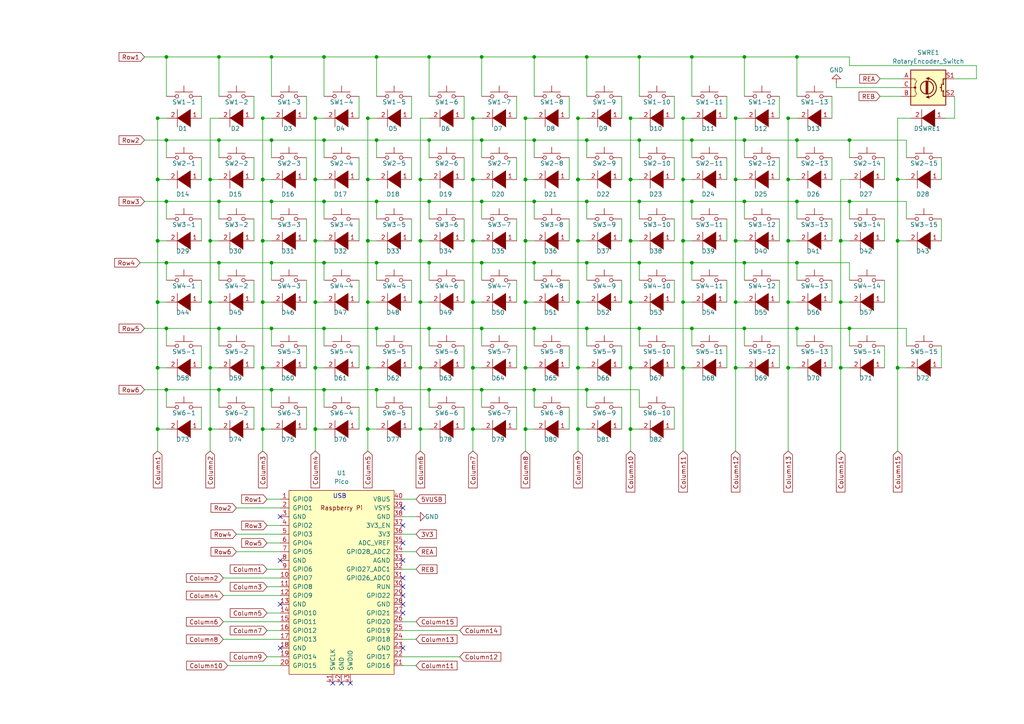
<source format=kicad_sch>
(kicad_sch (version 20211123) (generator eeschema)
  (paper "A4")
  (title_block (title "Quanta Keyboard") (date "2022-07-10") (rev "0.1") (company "0bsilab") (comment 1 "v01") (comment 2 "ISO Layout"))
  (junction (at 63.5 58.42))
  (junction (at 170.18 16.51))
  (junction (at 91.44 124.46))
  (junction (at 78.74 16.51))
  (junction (at 182.88 87.6178))
  (junction (at 106.68 124.4478))
  (junction (at 48.26 113.03))
  (junction (at 198.12 34.29))
  (junction (at 167.64 69.8378))
  (junction (at 124.46 113.03))
  (junction (at 121.92 87.6178))
  (junction (at 154.94 76.2))
  (junction (at 167.64 124.46))
  (junction (at 228.6 69.85))
  (junction (at 63.5 113.03))
  (junction (at 93.98 16.51))
  (junction (at 198.12 69.85))
  (junction (at 106.68 69.8378))
  (junction (at 200.66 16.51))
  (junction (at 63.5 40.64))
  (junction (at 260.35 69.8378))
  (junction (at 121.92 69.85))
  (junction (at 167.64 124.4478))
  (junction (at 139.7 58.42))
  (junction (at 63.5 76.2))
  (junction (at 109.22 76.2))
  (junction (at 185.42 76.2))
  (junction (at 182.88 34.29))
  (junction (at 231.14 58.42))
  (junction (at 185.42 40.64))
  (junction (at 139.7 95.25))
  (junction (at 182.88 52.07))
  (junction (at 45.72 52.07))
  (junction (at 124.46 40.64))
  (junction (at 124.46 95.25))
  (junction (at 121.92 52.0578))
  (junction (at 198.12 52.0578))
  (junction (at 243.84 106.68))
  (junction (at 182.88 106.68))
  (junction (at 48.26 95.25))
  (junction (at 200.66 40.64))
  (junction (at 76.2 69.8378))
  (junction (at 63.5 16.51))
  (junction (at 137.16 52.07))
  (junction (at 76.2 69.85))
  (junction (at 76.2 52.0578))
  (junction (at 78.74 95.25))
  (junction (at 76.2 34.29))
  (junction (at 185.42 95.25))
  (junction (at 246.38 40.64))
  (junction (at 137.16 124.4478))
  (junction (at 91.44 69.8378))
  (junction (at 106.68 106.68))
  (junction (at 152.4 106.6678))
  (junction (at 78.74 40.64))
  (junction (at 91.44 52.0578))
  (junction (at 167.64 87.63))
  (junction (at 137.16 69.8378))
  (junction (at 243.84 87.6178))
  (junction (at 215.9 95.25))
  (junction (at 93.98 76.2))
  (junction (at 91.44 87.63))
  (junction (at 167.64 87.6178))
  (junction (at 154.94 40.64))
  (junction (at 106.68 69.85))
  (junction (at 45.72 87.63))
  (junction (at 60.96 106.68))
  (junction (at 91.44 106.6678))
  (junction (at 139.7 40.64))
  (junction (at 185.42 58.42))
  (junction (at 228.6 87.6178))
  (junction (at 182.88 52.0578))
  (junction (at 45.72 69.8378))
  (junction (at 152.4 34.29))
  (junction (at 48.26 16.51))
  (junction (at 78.74 76.2))
  (junction (at 215.9 76.2))
  (junction (at 76.2 87.6178))
  (junction (at 154.94 16.51))
  (junction (at 213.36 69.85))
  (junction (at 121.92 124.4478))
  (junction (at 182.88 106.6678))
  (junction (at 260.35 106.6678))
  (junction (at 231.14 76.2))
  (junction (at 167.64 52.07))
  (junction (at 106.68 52.0578))
  (junction (at 243.84 69.85))
  (junction (at 45.72 124.46))
  (junction (at 185.42 16.51))
  (junction (at 198.12 87.6178))
  (junction (at 200.66 76.2))
  (junction (at 182.88 124.4478))
  (junction (at 60.96 87.63))
  (junction (at 213.36 69.8378))
  (junction (at 121.92 69.8378))
  (junction (at 213.36 106.68))
  (junction (at 137.16 52.0578))
  (junction (at 121.92 106.68))
  (junction (at 45.72 52.0578))
  (junction (at 63.5 95.25))
  (junction (at 260.35 52.0578))
  (junction (at 170.18 95.25))
  (junction (at 48.26 58.42))
  (junction (at 137.16 106.6678))
  (junction (at 93.98 40.64))
  (junction (at 231.14 95.25))
  (junction (at 231.14 16.51))
  (junction (at 45.72 34.29))
  (junction (at 91.44 87.6178))
  (junction (at 76.2 124.46))
  (junction (at 246.38 95.25))
  (junction (at 60.96 124.46))
  (junction (at 213.36 106.6678))
  (junction (at 198.12 106.68))
  (junction (at 215.9 16.51))
  (junction (at 170.18 40.64))
  (junction (at 167.64 106.6678))
  (junction (at 124.46 16.51))
  (junction (at 167.64 34.29))
  (junction (at 93.98 58.42))
  (junction (at 198.12 106.6678))
  (junction (at 124.46 58.42))
  (junction (at 78.74 113.03))
  (junction (at 246.38 58.42))
  (junction (at 167.64 69.85))
  (junction (at 200.66 95.25))
  (junction (at 139.7 16.51))
  (junction (at 152.4 87.63))
  (junction (at 91.44 69.85))
  (junction (at 60.96 52.07))
  (junction (at 45.72 87.6178))
  (junction (at 91.44 106.68))
  (junction (at 154.94 113.03))
  (junction (at 76.2 124.4478))
  (junction (at 167.64 106.68))
  (junction (at 45.72 124.4478))
  (junction (at 182.88 87.63))
  (junction (at 182.88 124.46))
  (junction (at 243.84 106.6678))
  (junction (at 109.22 58.42))
  (junction (at 106.68 106.6678))
  (junction (at 106.68 34.29))
  (junction (at 91.44 52.07))
  (junction (at 170.18 76.2))
  (junction (at 139.7 76.2))
  (junction (at 228.6 106.6678))
  (junction (at 93.98 95.25))
  (junction (at 76.2 106.68))
  (junction (at 109.22 113.03))
  (junction (at 121.92 106.6678))
  (junction (at 152.4 69.8378))
  (junction (at 78.74 58.42))
  (junction (at 182.88 69.8378))
  (junction (at 215.9 58.42))
  (junction (at 213.36 87.6178))
  (junction (at 154.94 58.42))
  (junction (at 167.64 52.0578))
  (junction (at 243.84 69.8378))
  (junction (at 260.35 69.85))
  (junction (at 228.6 52.0578))
  (junction (at 137.16 87.63))
  (junction (at 137.16 34.29))
  (junction (at 109.22 40.64))
  (junction (at 228.6 69.8378))
  (junction (at 152.4 106.68))
  (junction (at 152.4 52.07))
  (junction (at 213.36 34.29))
  (junction (at 45.72 69.85))
  (junction (at 215.9 40.64))
  (junction (at 200.66 58.42))
  (junction (at 170.18 58.42))
  (junction (at 228.6 34.29))
  (junction (at 137.16 69.85))
  (junction (at 48.26 76.2))
  (junction (at 109.22 95.25))
  (junction (at 137.16 124.46))
  (junction (at 231.14 40.64))
  (junction (at 170.18 113.03))
  (junction (at 154.94 95.25))
  (junction (at 60.96 69.85))
  (junction (at 152.4 69.85))
  (junction (at 152.4 124.46))
  (junction (at 93.98 113.03))
  (junction (at 260.35 106.68))
  (junction (at 48.26 40.64))
  (junction (at 152.4 124.4478))
  (junction (at 45.72 106.68))
  (junction (at 76.2 52.07))
  (junction (at 139.7 113.03))
  (junction (at 137.16 106.68))
  (junction (at 182.88 69.85))
  (junction (at 45.72 106.6678))
  (junction (at 76.2 87.63))
  (junction (at 228.6 106.68))
  (junction (at 106.68 87.6178))
  (junction (at 91.44 124.4478))
  (junction (at 109.22 16.51))
  (junction (at 198.12 69.8378))
  (junction (at 152.4 52.0578))
  (junction (at 213.36 52.0578))
  (junction (at 152.4 87.6178))
  (junction (at 137.16 87.6178))
  (junction (at 91.44 34.29))
  (junction (at 76.2 106.6678))
  (junction (at 124.46 76.2))
  (no_connect (at 101.6 198.12))
  (no_connect (at 81.28 162.56))
  (no_connect (at 81.28 149.86))
  (no_connect (at 116.84 170.18))
  (no_connect (at 116.84 167.64))
  (no_connect (at 116.84 162.56))
  (no_connect (at 116.84 157.48))
  (no_connect (at 116.84 152.4))
  (no_connect (at 116.84 172.72))
  (no_connect (at 116.84 177.8))
  (no_connect (at 96.52 198.12))
  (no_connect (at 116.84 147.32))
  (no_connect (at 81.28 175.26))
  (no_connect (at 99.06 198.12))
  (no_connect (at 116.84 175.26))
  (no_connect (at 116.84 187.96))
  (no_connect (at 81.28 187.96))
  (wire (pts (xy 213.36 87.6178) (xy 215.9 87.6178)))
  (wire (pts (xy 154.94 58.42) (xy 170.18 58.42)))
  (wire (pts (xy 215.9 40.64) (xy 215.9 45.72)))
  (wire (pts (xy 228.6 69.8378) (xy 228.6 69.85)))
  (wire (pts (xy 104.14 118.11) (xy 104.14 124.46)))
  (wire (pts (xy 198.12 52.0578) (xy 198.12 69.8378)))
  (wire (pts (xy 137.16 87.63) (xy 139.7 87.63)))
  (wire (pts (xy 185.42 58.42) (xy 185.42 63.5)))
  (wire (pts (xy 213.36 87.6178) (xy 213.36 106.6678)))
  (wire (pts (xy 260.35 106.68) (xy 262.89 106.68)))
  (wire (pts (xy 91.44 52.07) (xy 91.44 69.8378)))
  (wire (pts (xy 68.58 160.02) (xy 81.28 160.02)))
  (wire (pts (xy 76.2 87.63) (xy 78.74 87.63)))
  (wire (pts (xy 78.74 40.64) (xy 93.98 40.64)))
  (wire (pts (xy 76.2 52.0578) (xy 76.2 52.07)))
  (wire (pts (xy 91.44 87.63) (xy 93.98 87.63)))
  (wire (pts (xy 152.4 124.4478) (xy 152.4 124.46)))
  (wire (pts (xy 63.5 58.42) (xy 78.74 58.42)))
  (wire (pts (xy 60.96 52.07) (xy 63.5 52.07)))
  (wire (pts (xy 91.44 124.46) (xy 93.98 124.46)))
  (wire (pts (xy 76.2 69.85) (xy 76.2 87.6178)))
  (wire (pts (xy 119.38 118.11) (xy 119.38 124.4478)))
  (wire (pts (xy 73.66 118.11) (xy 73.66 124.46)))
  (wire (pts (xy 213.36 106.6678) (xy 213.36 106.68)))
  (wire (pts (xy 45.72 52.07) (xy 48.26 52.07)))
  (wire (pts (xy 152.4 124.46) (xy 154.94 124.46)))
  (wire (pts (xy 137.16 87.63) (xy 137.16 106.6678)))
  (wire (pts (xy 167.64 124.4478) (xy 167.64 124.46)))
  (wire (pts (xy 137.16 124.46) (xy 137.16 130.7978)))
  (wire (pts (xy 139.7 58.42) (xy 139.7 63.5)))
  (wire (pts (xy 91.44 87.6178) (xy 91.44 87.63)))
  (wire (pts (xy 154.94 113.03) (xy 170.18 113.03)))
  (wire (pts (xy 198.12 34.2778) (xy 198.12 34.29)))
  (wire (pts (xy 93.98 40.64) (xy 109.22 40.64)))
  (wire (pts (xy 121.92 52.0578) (xy 124.46 52.0578)))
  (wire (pts (xy 76.2 52.07) (xy 76.2 69.8378)))
  (wire (pts (xy 137.16 106.68) (xy 139.7 106.68)))
  (wire (pts (xy 195.58 27.94) (xy 195.58 34.29)))
  (wire (pts (xy 66.04 193.04) (xy 81.28 193.04)))
  (wire (pts (xy 213.36 69.85) (xy 213.36 87.6178)))
  (wire (pts (xy 283.21 19.0378) (xy 246.38 19.0378)))
  (wire (pts (xy 124.46 40.64) (xy 124.46 45.72)))
  (wire (pts (xy 48.26 58.42) (xy 63.5 58.42)))
  (wire (pts (xy 165.1 100.33) (xy 165.1 106.68)))
  (wire (pts (xy 45.72 87.63) (xy 45.72 106.6678)))
  (wire (pts (xy 198.12 106.68) (xy 198.12 130.7978)))
  (wire (pts (xy 256.54 45.72) (xy 256.54 52.0578)))
  (wire (pts (xy 77.47 177.8) (xy 81.28 177.8)))
  (wire (pts (xy 106.68 34.2778) (xy 106.68 34.29)))
  (wire (pts (xy 246.38 16.51) (xy 246.38 19.0378)))
  (wire (pts (xy 200.66 16.51) (xy 215.9 16.51)))
  (wire (pts (xy 170.18 113.03) (xy 185.42 113.03)))
  (wire (pts (xy 73.66 100.33) (xy 73.66 106.68)))
  (wire (pts (xy 58.42 100.33) (xy 58.42 106.68)))
  (wire (pts (xy 260.35 106.6678) (xy 260.35 106.68)))
  (wire (pts (xy 76.2 106.68) (xy 76.2 124.4478)))
  (wire (pts (xy 119.38 81.28) (xy 119.38 87.6178)))
  (wire (pts (xy 48.26 113.03) (xy 48.26 118.11)))
  (wire (pts (xy 154.94 40.64) (xy 154.94 45.72)))
  (wire (pts (xy 182.88 34.2778) (xy 182.88 34.29)))
  (wire (pts (xy 180.34 27.94) (xy 180.34 34.29)))
  (wire (pts (xy 243.84 52.0578) (xy 246.38 52.0578)))
  (wire (pts (xy 276.86 34.29) (xy 274.32 34.29)))
  (wire (pts (xy 91.44 34.2778) (xy 91.44 34.29)))
  (wire (pts (xy 76.2 34.2778) (xy 76.2 34.29)))
  (wire (pts (xy 139.7 40.64) (xy 154.94 40.64)))
  (wire (pts (xy 228.6 69.85) (xy 228.6 87.6178)))
  (wire (pts (xy 76.2 124.4478) (xy 76.2 124.46)))
  (wire (pts (xy 200.66 40.64) (xy 215.9 40.64)))
  (wire (pts (xy 200.66 58.42) (xy 215.9 58.42)))
  (wire (pts (xy 228.6 87.6178) (xy 231.14 87.6178)))
  (wire (pts (xy 63.5 58.42) (xy 63.5 63.5)))
  (wire (pts (xy 91.44 34.29) (xy 91.44 52.0578)))
  (wire (pts (xy 180.34 118.11) (xy 180.34 124.46)))
  (wire (pts (xy 124.46 95.25) (xy 139.7 95.25)))
  (wire (pts (xy 182.88 87.6178) (xy 182.88 87.63)))
  (wire (pts (xy 45.72 34.2778) (xy 45.72 34.29)))
  (wire (pts (xy 76.2 124.46) (xy 76.2 130.7978)))
  (wire (pts (xy 48.26 113.03) (xy 63.5 113.03)))
  (wire (pts (xy 241.3 45.72) (xy 241.3 52.0578)))
  (wire (pts (xy 165.1 63.5) (xy 165.1 69.85)))
  (wire (pts (xy 226.06 100.33) (xy 226.06 106.68)))
  (wire (pts (xy 106.68 69.85) (xy 106.68 87.6178)))
  (wire (pts (xy 106.68 106.68) (xy 106.68 124.4478)))
  (wire (pts (xy 273.05 100.33) (xy 273.05 106.68)))
  (wire (pts (xy 134.62 118.11) (xy 134.62 124.4478)))
  (wire (pts (xy 137.16 124.46) (xy 139.7 124.46)))
  (wire (pts (xy 76.2 106.68) (xy 78.74 106.68)))
  (wire (pts (xy 170.18 16.51) (xy 170.18 27.94)))
  (wire (pts (xy 213.36 34.2778) (xy 213.36 34.29)))
  (wire (pts (xy 243.84 87.6178) (xy 246.38 87.6178)))
  (wire (pts (xy 64.77 185.42) (xy 81.28 185.42)))
  (wire (pts (xy 139.7 95.25) (xy 154.94 95.25)))
  (wire (pts (xy 48.26 40.64) (xy 63.5 40.64)))
  (wire (pts (xy 213.36 69.8378) (xy 213.36 69.85)))
  (wire (pts (xy 93.98 113.03) (xy 109.22 113.03)))
  (wire (pts (xy 106.68 124.4478) (xy 109.22 124.4478)))
  (wire (pts (xy 124.46 95.25) (xy 124.46 100.33)))
  (wire (pts (xy 276.86 27.94) (xy 276.86 34.29)))
  (wire (pts (xy 124.46 113.03) (xy 139.7 113.03)))
  (wire (pts (xy 165.1 27.94) (xy 165.1 34.29)))
  (wire (pts (xy 152.4 106.6678) (xy 152.4 106.68)))
  (wire (pts (xy 137.16 87.6178) (xy 137.16 87.63)))
  (wire (pts (xy 182.88 124.4478) (xy 182.88 124.46)))
  (wire (pts (xy 170.18 40.64) (xy 170.18 45.72)))
  (wire (pts (xy 40.64 76.2) (xy 48.26 76.2)))
  (wire (pts (xy 45.72 106.6678) (xy 45.72 106.68)))
  (wire (pts (xy 120.65 154.94) (xy 116.84 154.94)))
  (wire (pts (xy 231.14 16.51) (xy 231.14 27.94)))
  (wire (pts (xy 120.65 165.1) (xy 116.84 165.1)))
  (wire (pts (xy 198.12 87.6178) (xy 198.12 106.6678)))
  (wire (pts (xy 48.26 76.2) (xy 48.26 81.28)))
  (wire (pts (xy 139.7 113.03) (xy 154.94 113.03)))
  (wire (pts (xy 167.64 87.63) (xy 170.18 87.63)))
  (wire (pts (xy 154.94 16.51) (xy 170.18 16.51)))
  (wire (pts (xy 48.26 76.2) (xy 63.5 76.2)))
  (wire (pts (xy 88.9 45.72) (xy 88.9 52.07)))
  (wire (pts (xy 104.14 27.94) (xy 104.14 34.29)))
  (wire (pts (xy 226.06 45.72) (xy 226.06 52.0578)))
  (wire (pts (xy 167.64 69.8378) (xy 167.64 69.85)))
  (wire (pts (xy 91.44 52.07) (xy 93.98 52.07)))
  (wire (pts (xy 77.47 144.78) (xy 81.28 144.78)))
  (wire (pts (xy 137.16 52.07) (xy 139.7 52.07)))
  (wire (pts (xy 109.22 40.64) (xy 124.46 40.64)))
  (wire (pts (xy 213.36 52.0578) (xy 213.36 69.8378)))
  (wire (pts (xy 182.88 52.0578) (xy 182.88 52.07)))
  (wire (pts (xy 215.9 95.25) (xy 215.9 100.33)))
  (wire (pts (xy 58.42 45.72) (xy 58.42 52.07)))
  (wire (pts (xy 41.91 58.42) (xy 48.26 58.42)))
  (wire (pts (xy 78.74 58.42) (xy 78.74 63.5)))
  (wire (pts (xy 246.38 40.64) (xy 246.38 45.72)))
  (wire (pts (xy 106.68 106.6678) (xy 106.68 106.68)))
  (wire (pts (xy 45.72 106.68) (xy 48.26 106.68)))
  (wire (pts (xy 76.2 52.07) (xy 78.74 52.07)))
  (wire (pts (xy 210.82 27.94) (xy 210.82 34.29)))
  (wire (pts (xy 91.44 106.6678) (xy 91.44 106.68)))
  (wire (pts (xy 120.65 193.04) (xy 116.84 193.04)))
  (wire (pts (xy 106.68 34.29) (xy 106.68 52.0578)))
  (wire (pts (xy 260.35 69.85) (xy 260.35 106.6678)))
  (wire (pts (xy 109.22 113.03) (xy 124.46 113.03)))
  (wire (pts (xy 262.89 95.25) (xy 262.89 100.33)))
  (wire (pts (xy 119.38 27.94) (xy 119.38 34.29)))
  (wire (pts (xy 241.3 81.28) (xy 241.3 87.6178)))
  (wire (pts (xy 152.4 52.07) (xy 154.94 52.07)))
  (wire (pts (xy 149.86 63.5) (xy 149.86 69.85)))
  (wire (pts (xy 76.2 34.29) (xy 78.74 34.29)))
  (wire (pts (xy 93.98 16.51) (xy 109.22 16.51)))
  (wire (pts (xy 139.7 113.03) (xy 139.7 118.11)))
  (wire (pts (xy 180.34 81.28) (xy 180.34 87.63)))
  (wire (pts (xy 63.5 16.51) (xy 63.5 27.94)))
  (wire (pts (xy 137.16 52.0578) (xy 137.16 52.07)))
  (wire (pts (xy 41.91 16.51) (xy 48.26 16.51)))
  (wire (pts (xy 45.72 124.46) (xy 48.26 124.46)))
  (wire (pts (xy 121.92 69.8378) (xy 121.92 69.85)))
  (wire (pts (xy 228.6 52.0578) (xy 228.6 69.8378)))
  (wire (pts (xy 260.35 52.0578) (xy 262.89 52.0578)))
  (wire (pts (xy 167.64 69.85) (xy 167.64 87.6178)))
  (wire (pts (xy 243.84 52.0578) (xy 243.84 69.8378)))
  (wire (pts (xy 165.1 118.11) (xy 165.1 124.46)))
  (wire (pts (xy 256.54 100.33) (xy 256.54 106.68)))
  (wire (pts (xy 185.42 40.64) (xy 200.66 40.64)))
  (wire (pts (xy 45.72 34.29) (xy 48.26 34.29)))
  (wire (pts (xy 152.4 34.29) (xy 152.4 52.0578)))
  (wire (pts (xy 182.88 106.68) (xy 185.42 106.68)))
  (wire (pts (xy 152.4 87.63) (xy 154.94 87.63)))
  (wire (pts (xy 167.64 69.85) (xy 170.18 69.85)))
  (wire (pts (xy 167.64 34.29) (xy 170.18 34.29)))
  (wire (pts (xy 260.35 69.8378) (xy 260.35 69.85)))
  (wire (pts (xy 58.42 27.94) (xy 58.42 34.29)))
  (wire (pts (xy 215.9 40.64) (xy 231.14 40.64)))
  (wire (pts (xy 154.94 76.2) (xy 154.94 81.28)))
  (wire (pts (xy 195.58 100.33) (xy 195.58 106.68)))
  (wire (pts (xy 243.84 69.85) (xy 243.84 87.6178)))
  (wire (pts (xy 124.46 40.64) (xy 139.7 40.64)))
  (wire (pts (xy 88.9 100.33) (xy 88.9 106.68)))
  (wire (pts (xy 185.42 76.2) (xy 200.66 76.2)))
  (wire (pts (xy 76.2 124.46) (xy 78.74 124.46)))
  (wire (pts (xy 60.96 69.85) (xy 63.5 69.85)))
  (wire (pts (xy 195.58 63.5) (xy 195.58 69.85)))
  (wire (pts (xy 152.4 69.85) (xy 152.4 87.6178)))
  (wire (pts (xy 170.18 113.03) (xy 170.18 118.11)))
  (wire (pts (xy 104.14 63.5) (xy 104.14 69.85)))
  (wire (pts (xy 261.62 25.4) (xy 242.57 25.4)))
  (wire (pts (xy 243.84 69.85) (xy 246.38 69.85)))
  (wire (pts (xy 215.9 58.42) (xy 215.9 63.5)))
  (wire (pts (xy 109.22 113.03) (xy 109.22 118.11)))
  (wire (pts (xy 48.26 95.25) (xy 63.5 95.25)))
  (wire (pts (xy 93.98 40.64) (xy 93.98 45.72)))
  (wire (pts (xy 246.38 40.64) (xy 262.89 40.64)))
  (wire (pts (xy 213.36 69.85) (xy 215.9 69.85)))
  (wire (pts (xy 215.9 95.25) (xy 231.14 95.25)))
  (wire (pts (xy 149.86 118.11) (xy 149.86 124.46)))
  (wire (pts (xy 185.42 95.25) (xy 185.42 100.33)))
  (wire (pts (xy 228.6 106.6678) (xy 228.6 106.68)))
  (wire (pts (xy 139.7 76.2) (xy 139.7 81.28)))
  (wire (pts (xy 185.42 113.03) (xy 185.42 118.11)))
  (wire (pts (xy 45.72 52.0578) (xy 45.72 52.07)))
  (wire (pts (xy 180.34 100.33) (xy 180.34 106.68)))
  (wire (pts (xy 210.82 63.5) (xy 210.82 69.85)))
  (wire (pts (xy 124.46 113.03) (xy 124.46 118.11)))
  (wire (pts (xy 60.96 124.46) (xy 63.5 124.46)))
  (wire (pts (xy 78.74 95.25) (xy 78.74 100.33)))
  (wire (pts (xy 170.18 95.25) (xy 170.18 100.33)))
  (wire (pts (xy 60.96 106.68) (xy 63.5 106.68)))
  (wire (pts (xy 154.94 40.64) (xy 170.18 40.64)))
  (wire (pts (xy 121.92 106.68) (xy 121.92 124.4478)))
  (wire (pts (xy 120.65 160.02) (xy 116.84 160.02)))
  (wire (pts (xy 215.9 16.51) (xy 231.14 16.51)))
  (wire (pts (xy 246.38 95.25) (xy 262.89 95.25)))
  (wire (pts (xy 73.66 63.5) (xy 73.66 69.85)))
  (wire (pts (xy 45.72 124.4478) (xy 45.72 124.46)))
  (wire (pts (xy 106.68 87.6178) (xy 109.22 87.6178)))
  (wire (pts (xy 77.47 165.1) (xy 81.28 165.1)))
  (wire (pts (xy 154.94 58.42) (xy 154.94 63.5)))
  (wire (pts (xy 76.2 106.6678) (xy 76.2 106.68)))
  (wire (pts (xy 210.82 100.33) (xy 210.82 106.68)))
  (wire (pts (xy 139.7 76.2) (xy 154.94 76.2)))
  (wire (pts (xy 91.44 52.0578) (xy 91.44 52.07)))
  (wire (pts (xy 134.62 45.72) (xy 134.62 52.0578)))
  (wire (pts (xy 63.5 113.03) (xy 78.74 113.03)))
  (wire (pts (xy 124.46 58.42) (xy 139.7 58.42)))
  (wire (pts (xy 198.12 106.6678) (xy 198.12 106.68)))
  (wire (pts (xy 246.38 95.25) (xy 246.38 100.33)))
  (wire (pts (xy 154.94 95.25) (xy 170.18 95.25)))
  (wire (pts (xy 134.62 81.28) (xy 134.62 87.6178)))
  (wire (pts (xy 45.72 34.29) (xy 45.72 52.0578)))
  (wire (pts (xy 182.88 52.07) (xy 185.42 52.07)))
  (wire (pts (xy 137.16 106.6678) (xy 137.16 106.68)))
  (wire (pts (xy 106.68 124.4478) (xy 106.68 130.7978)))
  (wire (pts (xy 124.46 58.42) (xy 124.46 63.5)))
  (wire (pts (xy 200.66 76.2) (xy 200.66 81.28)))
  (wire (pts (xy 167.64 124.46) (xy 170.18 124.46)))
  (wire (pts (xy 228.6 52.0578) (xy 231.14 52.0578)))
  (wire (pts (xy 243.84 87.6178) (xy 243.84 106.6678)))
  (wire (pts (xy 88.9 118.11) (xy 88.9 124.46)))
  (wire (pts (xy 228.6 69.85) (xy 231.14 69.85)))
  (wire (pts (xy 93.98 95.25) (xy 93.98 100.33)))
  (wire (pts (xy 167.64 106.6678) (xy 167.64 106.68)))
  (wire (pts (xy 124.46 16.51) (xy 139.7 16.51)))
  (wire (pts (xy 134.62 100.33) (xy 134.62 106.68)))
  (wire (pts (xy 137.16 69.8378) (xy 137.16 69.85)))
  (wire (pts (xy 260.35 34.2778) (xy 264.16 34.29)))
  (wire (pts (xy 78.74 113.03) (xy 78.74 118.11)))
  (wire (pts (xy 137.16 52.07) (xy 137.16 69.8378)))
  (wire (pts (xy 45.72 87.63) (xy 48.26 87.63)))
  (wire (pts (xy 256.54 63.5) (xy 256.54 69.85)))
  (wire (pts (xy 226.06 27.94) (xy 226.06 34.29)))
  (wire (pts (xy 165.1 45.72) (xy 165.1 52.07)))
  (wire (pts (xy 231.14 76.2) (xy 231.14 81.28)))
  (wire (pts (xy 106.68 69.8378) (xy 106.68 69.85)))
  (wire (pts (xy 63.5 113.03) (xy 63.5 118.11)))
  (wire (pts (xy 241.3 100.33) (xy 241.3 106.68)))
  (wire (pts (xy 121.92 124.4478) (xy 121.92 130.81)))
  (wire (pts (xy 215.9 76.2) (xy 231.14 76.2)))
  (wire (pts (xy 121.92 87.6178) (xy 124.46 87.6178)))
  (wire (pts (xy 246.38 76.2) (xy 246.38 81.28)))
  (wire (pts (xy 198.12 34.29) (xy 198.12 52.0578)))
  (wire (pts (xy 226.06 81.28) (xy 226.06 87.6178)))
  (wire (pts (xy 200.66 16.51) (xy 200.66 27.94)))
  (wire (pts (xy 154.94 16.51) (xy 154.94 27.94)))
  (wire (pts (xy 60.96 130.81) (xy 60.96 124.46)))
  (wire (pts (xy 241.3 63.5) (xy 241.3 69.85)))
  (wire (pts (xy 152.4 34.2778) (xy 152.4 34.29)))
  (wire (pts (xy 76.2 34.29) (xy 76.2 52.0578)))
  (wire (pts (xy 273.05 45.72) (xy 273.05 52.0578)))
  (wire (pts (xy 228.6 106.68) (xy 231.14 106.68)))
  (wire (pts (xy 262.89 40.64) (xy 262.89 45.72)))
  (wire (pts (xy 182.88 69.85) (xy 185.42 69.85)))
  (wire (pts (xy 185.42 40.64) (xy 185.42 45.72)))
  (wire (pts (xy 231.14 95.25) (xy 246.38 95.25)))
  (wire (pts (xy 149.86 81.28) (xy 149.86 87.63)))
  (wire (pts (xy 48.26 58.42) (xy 48.26 63.5)))
  (wire (pts (xy 242.57 25.4) (xy 242.57 24.13)))
  (wire (pts (xy 170.18 76.2) (xy 185.42 76.2)))
  (wire (pts (xy 91.44 106.68) (xy 93.98 106.68)))
  (wire (pts (xy 170.18 16.51) (xy 185.42 16.51)))
  (wire (pts (xy 68.58 154.94) (xy 81.28 154.94)))
  (wire (pts (xy 182.88 87.63) (xy 185.42 87.63)))
  (wire (pts (xy 180.34 45.72) (xy 180.34 52.07)))
  (wire (pts (xy 241.3 27.94) (xy 241.3 34.29)))
  (wire (pts (xy 60.96 87.63) (xy 63.5 87.63)))
  (wire (pts (xy 76.2 87.63) (xy 76.2 106.6678)))
  (wire (pts (xy 165.1 81.28) (xy 165.1 87.63)))
  (wire (pts (xy 228.6 87.6178) (xy 228.6 106.6678)))
  (wire (pts (xy 167.64 106.68) (xy 167.64 124.4478)))
  (wire (pts (xy 77.47 152.4) (xy 81.28 152.4)))
  (wire (pts (xy 121.92 52.0578) (xy 121.92 69.8378)))
  (wire (pts (xy 93.98 58.42) (xy 109.22 58.42)))
  (wire (pts (xy 198.12 34.29) (xy 200.66 34.29)))
  (wire (pts (xy 200.66 40.64) (xy 200.66 45.72)))
  (wire (pts (xy 231.14 76.2) (xy 246.38 76.2)))
  (wire (pts (xy 149.86 27.94) (xy 149.86 34.29)))
  (wire (pts (xy 77.47 182.88) (xy 81.28 182.88)))
  (wire (pts (xy 88.9 27.94) (xy 88.9 34.29)))
  (wire (pts (xy 45.72 69.85) (xy 45.72 87.6178)))
  (wire (pts (xy 78.74 16.51) (xy 78.74 27.94)))
  (wire (pts (xy 64.77 180.34) (xy 81.28 180.34)))
  (wire (pts (xy 215.9 16.51) (xy 215.9 27.94)))
  (wire (pts (xy 93.98 16.51) (xy 93.98 27.94)))
  (wire (pts (xy 60.96 52.07) (xy 60.96 69.85)))
  (wire (pts (xy 106.68 52.0578) (xy 109.22 52.0578)))
  (wire (pts (xy 63.5 40.64) (xy 78.74 40.64)))
  (wire (pts (xy 45.72 52.07) (xy 45.72 69.8378)))
  (wire (pts (xy 185.42 76.2) (xy 185.42 81.28)))
  (wire (pts (xy 119.38 63.5) (xy 119.38 69.85)))
  (wire (pts (xy 149.86 100.33) (xy 149.86 106.68)))
  (wire (pts (xy 76.2 87.6178) (xy 76.2 87.63)))
  (wire (pts (xy 167.64 34.2778) (xy 167.64 34.29)))
  (wire (pts (xy 231.14 58.42) (xy 246.38 58.42)))
  (wire (pts (xy 152.4 87.6178) (xy 152.4 87.63)))
  (wire (pts (xy 167.64 52.07) (xy 167.64 69.8378)))
  (wire (pts (xy 41.91 95.25) (xy 48.26 95.25)))
  (wire (pts (xy 185.42 16.51) (xy 200.66 16.51)))
  (wire (pts (xy 167.64 106.68) (xy 170.18 106.68)))
  (wire (pts (xy 121.92 34.29) (xy 124.46 34.29)))
  (wire (pts (xy 58.42 63.5) (xy 58.42 69.85)))
  (wire (pts (xy 255.27 27.9278) (xy 261.62 27.94)))
  (wire (pts (xy 133.35 190.5) (xy 116.84 190.5)))
  (wire (pts (xy 109.22 16.51) (xy 124.46 16.51)))
  (wire (pts (xy 106.68 52.0578) (xy 106.68 69.8378)))
  (wire (pts (xy 180.34 63.5) (xy 180.34 69.85)))
  (wire (pts (xy 260.35 34.2778) (xy 260.35 52.0578)))
  (wire (pts (xy 91.44 69.85) (xy 91.44 87.6178)))
  (wire (pts (xy 195.58 45.72) (xy 195.58 52.07)))
  (wire (pts (xy 78.74 58.42) (xy 93.98 58.42)))
  (wire (pts (xy 63.5 16.51) (xy 78.74 16.51)))
  (wire (pts (xy 256.54 81.28) (xy 256.54 87.6178)))
  (wire (pts (xy 200.66 95.25) (xy 200.66 100.33)))
  (wire (pts (xy 215.9 76.2) (xy 215.9 81.28)))
  (wire (pts (xy 77.47 190.5) (xy 81.28 190.5)))
  (wire (pts (xy 73.66 81.28) (xy 73.66 87.63)))
  (wire (pts (xy 63.5 76.2) (xy 78.74 76.2)))
  (wire (pts (xy 41.91 40.64) (xy 48.26 40.64)))
  (wire (pts (xy 78.74 16.51) (xy 93.98 16.51)))
  (wire (pts (xy 213.36 34.29) (xy 213.36 52.0578)))
  (wire (pts (xy 246.38 58.42) (xy 262.89 58.42)))
  (wire (pts (xy 228.6 106.68) (xy 228.6 130.7978)))
  (wire (pts (xy 228.6 34.29) (xy 231.14 34.29)))
  (wire (pts (xy 58.42 81.28) (xy 58.42 87.63)))
  (wire (pts (xy 133.35 182.88) (xy 116.84 182.88)))
  (wire (pts (xy 139.7 58.42) (xy 154.94 58.42)))
  (wire (pts (xy 60.96 106.68) (xy 60.96 124.46)))
  (wire (pts (xy 109.22 95.25) (xy 124.46 95.25)))
  (wire (pts (xy 137.16 69.85) (xy 137.16 87.6178)))
  (wire (pts (xy 273.05 63.5) (xy 273.05 69.85)))
  (wire (pts (xy 93.98 58.42) (xy 93.98 63.5)))
  (wire (pts (xy 137.16 34.29) (xy 137.16 52.0578)))
  (wire (pts (xy 68.58 147.32) (xy 81.28 147.32)))
  (wire (pts (xy 134.62 63.5) (xy 134.62 69.85)))
  (wire (pts (xy 149.86 45.72) (xy 149.86 52.07)))
  (wire (pts (xy 167.64 34.29) (xy 167.64 52.0578)))
  (wire (pts (xy 78.74 113.03) (xy 93.98 113.03)))
  (wire (pts (xy 121.92 34.29) (xy 121.92 52.0578)))
  (wire (pts (xy 60.96 69.85) (xy 60.96 87.63)))
  (wire (pts (xy 198.12 69.85) (xy 198.12 87.6178)))
  (wire (pts (xy 45.72 124.46) (xy 45.72 130.7978)))
  (wire (pts (xy 152.4 52.0578) (xy 152.4 52.07)))
  (wire (pts (xy 167.64 87.63) (xy 167.64 106.6678)))
  (wire (pts (xy 228.6 34.29) (xy 228.6 52.0578)))
  (wire (pts (xy 137.16 34.29) (xy 139.7 34.29)))
  (wire (pts (xy 198.12 69.85) (xy 200.66 69.85)))
  (wire (pts (xy 139.7 16.51) (xy 139.7 27.94)))
  (wire (pts (xy 104.14 100.33) (xy 104.14 106.68)))
  (wire (pts (xy 58.42 118.11) (xy 58.42 124.46)))
  (wire (pts (xy 198.12 69.8378) (xy 198.12 69.85)))
  (wire (pts (xy 154.94 95.25) (xy 154.94 100.33)))
  (wire (pts (xy 231.14 58.42) (xy 231.14 63.5)))
  (wire (pts (xy 137.16 106.68) (xy 137.16 124.4478)))
  (wire (pts (xy 104.14 81.28) (xy 104.14 87.63)))
  (wire (pts (xy 109.22 76.2) (xy 109.22 81.28)))
  (wire (pts (xy 91.44 106.68) (xy 91.44 124.4478)))
  (wire (pts (xy 182.88 106.68) (xy 182.88 124.4478)))
  (wire (pts (xy 124.46 76.2) (xy 124.46 81.28)))
  (wire (pts (xy 78.74 76.2) (xy 78.74 81.28)))
  (wire (pts (xy 228.6 34.2778) (xy 228.6 34.29)))
  (wire (pts (xy 255.27 22.8478) (xy 261.62 22.86)))
  (wire (pts (xy 195.58 118.11) (xy 195.58 124.46)))
  (wire (pts (xy 139.7 95.25) (xy 139.7 100.33)))
  (wire (pts (xy 91.44 87.63) (xy 91.44 106.6678)))
  (wire (pts (xy 200.66 76.2) (xy 215.9 76.2)))
  (wire (pts (xy 93.98 113.03) (xy 93.98 118.11)))
  (wire (pts (xy 226.06 63.5) (xy 226.06 69.85)))
  (wire (pts (xy 154.94 113.03) (xy 154.94 118.11)))
  (wire (pts (xy 104.14 45.72) (xy 104.14 52.07)))
  (wire (pts (xy 109.22 95.25) (xy 109.22 100.33)))
  (wire (pts (xy 78.74 76.2) (xy 93.98 76.2)))
  (wire (pts (xy 124.46 76.2) (xy 139.7 76.2)))
  (wire (pts (xy 109.22 58.42) (xy 124.46 58.42)))
  (wire (pts (xy 63.5 76.2) (xy 63.5 81.28)))
  (wire (pts (xy 109.22 16.51) (xy 109.22 27.94)))
  (wire (pts (xy 134.62 27.94) (xy 134.62 34.29)))
  (wire (pts (xy 170.18 40.64) (xy 185.42 40.64)))
  (wire (pts (xy 170.18 58.42) (xy 185.42 58.42)))
  (wire (pts (xy 154.94 76.2) (xy 170.18 76.2)))
  (wire (pts (xy 106.68 106.68) (xy 109.22 106.68)))
  (wire (pts (xy 119.38 45.72) (xy 119.38 52.0578)))
  (wire (pts (xy 152.4 87.63) (xy 152.4 106.6678)))
  (wire (pts (xy 185.42 16.51) (xy 185.42 27.94)))
  (wire (pts (xy 63.5 95.25) (xy 78.74 95.25)))
  (wire (pts (xy 77.47 170.18) (xy 81.28 170.18)))
  (wire (pts (xy 200.66 95.25) (xy 215.9 95.25)))
  (wire (pts (xy 106.68 69.85) (xy 109.22 69.85)))
  (wire (pts (xy 215.9 58.42) (xy 231.14 58.42)))
  (wire (pts (xy 182.88 52.07) (xy 182.88 69.8378)))
  (wire (pts (xy 45.72 106.68) (xy 45.72 124.4478)))
  (wire (pts (xy 182.88 69.8378) (xy 182.88 69.85)))
  (wire (pts (xy 45.72 69.8378) (xy 45.72 69.85)))
  (wire (pts (xy 121.92 69.85) (xy 124.46 69.85)))
  (wire (pts (xy 73.66 45.72) (xy 73.66 52.07)))
  (wire (pts (xy 243.84 106.68) (xy 246.38 106.68)))
  (wire (pts (xy 243.84 69.8378) (xy 243.84 69.85)))
  (wire (pts (xy 120.65 149.86) (xy 116.84 149.86)))
  (wire (pts (xy 91.44 69.8378) (xy 91.44 69.85)))
  (wire (pts (xy 152.4 69.8378) (xy 152.4 69.85)))
  (wire (pts (xy 182.88 106.6678) (xy 182.88 106.68)))
  (wire (pts (xy 88.9 63.5) (xy 88.9 69.85)))
  (wire (pts (xy 124.46 16.51) (xy 124.46 27.94)))
  (wire (pts (xy 121.92 106.6678) (xy 121.92 106.68)))
  (wire (pts (xy 73.66 27.94) (xy 73.66 34.29)))
  (wire (pts (xy 167.64 52.07) (xy 170.18 52.07)))
  (wire (pts (xy 121.92 124.4478) (xy 124.46 124.4478)))
  (wire (pts (xy 231.14 40.64) (xy 246.38 40.64)))
  (wire (pts (xy 260.35 106.68) (xy 260.35 130.7978)))
  (wire (pts (xy 231.14 16.51) (xy 246.38 16.51)))
  (wire (pts (xy 170.18 95.25) (xy 185.42 95.25)))
  (wire (pts (xy 152.4 124.46) (xy 152.4 130.7978)))
  (wire (pts (xy 200.66 58.42) (xy 200.66 63.5)))
  (wire (pts (xy 262.89 58.42) (xy 262.89 63.5)))
  (wire (pts (xy 64.77 167.64) (xy 81.28 167.64)))
  (wire (pts (xy 78.74 95.25) (xy 93.98 95.25)))
  (wire (pts (xy 109.22 76.2) (xy 124.46 76.2)))
  (wire (pts (xy 152.4 69.85) (xy 154.94 69.85)))
  (wire (pts (xy 77.47 157.48) (xy 81.28 157.48)))
  (wire (pts (xy 120.65 144.78) (xy 116.84 144.78)))
  (wire (pts (xy 45.72 87.6178) (xy 45.72 87.63)))
  (wire (pts (xy 283.21 19.0378) (xy 283.21 22.8478)))
  (wire (pts (xy 91.44 124.46) (xy 91.44 130.7978)))
  (wire (pts (xy 198.12 106.68) (xy 200.66 106.68)))
  (wire (pts (xy 243.84 106.68) (xy 243.84 130.7978)))
  (wire (pts (xy 198.12 87.6178) (xy 200.66 87.6178)))
  (wire (pts (xy 152.4 106.68) (xy 152.4 124.4478)))
  (wire (pts (xy 167.64 52.0578) (xy 167.64 52.07)))
  (wire (pts (xy 213.36 34.29) (xy 215.9 34.29)))
  (wire (pts (xy 60.96 34.29) (xy 63.5 34.29)))
  (wire (pts (xy 78.74 40.64) (xy 78.74 45.72)))
  (wire (pts (xy 139.7 40.64) (xy 139.7 45.72)))
  (wire (pts (xy 88.9 81.28) (xy 88.9 87.63)))
  (wire (pts (xy 137.16 69.85) (xy 139.7 69.85)))
  (wire (pts (xy 109.22 40.64) (xy 109.22 45.72)))
  (wire (pts (xy 91.44 124.4478) (xy 91.44 124.46)))
  (wire (pts (xy 120.65 185.42) (xy 116.84 185.42)))
  (wire (pts (xy 121.92 106.68) (xy 124.46 106.68)))
  (wire (pts (xy 182.88 34.29) (xy 182.88 52.0578)))
  (wire (pts (xy 210.82 45.72) (xy 210.82 52.0578)))
  (wire (pts (xy 182.88 34.29) (xy 185.42 34.29)))
  (wire (pts (xy 213.36 52.0578) (xy 215.9 52.0578)))
  (wire (pts (xy 152.4 52.07) (xy 152.4 69.8378)))
  (wire (pts (xy 210.82 81.28) (xy 210.82 87.6178)))
  (wire (pts (xy 213.36 106.68) (xy 215.9 106.68)))
  (wire (pts (xy 106.68 34.29) (xy 109.22 34.29)))
  (wire (pts (xy 91.44 69.85) (xy 93.98 69.85)))
  (wire (pts (xy 48.26 40.64) (xy 48.26 45.72)))
  (wire (pts (xy 48.26 95.25) (xy 48.26 100.33)))
  (wire (pts (xy 93.98 76.2) (xy 93.98 81.28)))
  (wire (pts (xy 48.26 16.51) (xy 48.26 27.94)))
  (wire (pts (xy 60.96 34.29) (xy 60.96 52.07)))
  (wire (pts (xy 195.58 81.28) (xy 195.58 87.63)))
  (wire (pts (xy 60.96 87.63) (xy 60.96 106.68)))
  (wire (pts (xy 167.64 124.46) (xy 167.64 130.7978)))
  (wire (pts (xy 64.77 172.72) (xy 81.28 172.72)))
  (wire (pts (xy 91.44 34.29) (xy 93.98 34.29)))
  (wire (pts (xy 76.2 69.85) (xy 78.74 69.85)))
  (wire (pts (xy 198.12 52.0578) (xy 200.66 52.0578)))
  (wire (pts (xy 182.88 124.46) (xy 182.88 130.7978)))
  (wire (pts (xy 185.42 95.25) (xy 200.66 95.25)))
  (wire (pts (xy 167.64 87.6178) (xy 167.64 87.63)))
  (wire (pts (xy 109.22 58.42) (xy 109.22 63.5)))
  (wire (pts (xy 137.16 124.4478) (xy 137.16 124.46)))
  (wire (pts (xy 137.16 34.2778) (xy 137.16 34.29)))
  (wire (pts (xy 93.98 95.25) (xy 109.22 95.25)))
  (wire (pts (xy 231.14 40.64) (xy 231.14 45.72)))
  (wire (pts (xy 41.91 113.03) (xy 48.26 113.03)))
  (wire (pts (xy 260.35 69.85) (xy 262.89 69.85)))
  (wire (pts (xy 139.7 16.51) (xy 154.94 16.51)))
  (wire (pts (xy 76.2 69.8378) (xy 76.2 69.85)))
  (wire (pts (xy 170.18 58.42) (xy 170.18 63.5)))
  (wire (pts (xy 243.84 106.6678) (xy 243.84 106.68)))
  (wire (pts (xy 213.36 106.68) (xy 213.36 130.7978)))
  (wire (pts (xy 45.72 69.85) (xy 48.26 69.85)))
  (wire (pts (xy 260.35 52.0578) (xy 260.35 69.8378)))
  (wire (pts (xy 152.4 34.29) (xy 154.94 34.29)))
  (wire (pts (xy 121.92 87.6178) (xy 121.92 69.85)))
  (wire (pts (xy 276.86 22.86) (xy 283.21 22.8478)))
  (wire (pts (xy 170.18 76.2) (xy 170.18 81.28)))
  (wire (pts (xy 119.38 100.33) (xy 119.38 106.68)))
  (wire (pts (xy 246.38 58.42) (xy 246.38 63.5)))
  (wire (pts (xy 63.5 40.64) (xy 63.5 45.72)))
  (wire (pts (xy 231.14 95.25) (xy 231.14 100.33)))
  (wire (pts (xy 120.65 180.34) (xy 116.84 180.34)))
  (wire (pts (xy 106.68 87.6178) (xy 106.68 106.6678)))
  (wire (pts (xy 182.88 124.46) (xy 185.42 124.46)))
  (wire (pts (xy 152.4 106.68) (xy 154.94 106.68)))
  (wire (pts (xy 63.5 95.25) (xy 63.5 100.33)))
  (wire (pts (xy 48.26 16.51) (xy 63.5 16.51)))
  (wire (pts (xy 182.88 69.85) (xy 182.88 87.6178)))
  (wire (pts (xy 121.92 87.6178) (xy 121.92 106.6678)))
  (wire (pts (xy 185.42 58.42) (xy 200.66 58.42)))
  (wire (pts (xy 93.98 76.2) (xy 109.22 76.2)))
  (wire (pts (xy 182.88 87.63) (xy 182.88 106.6678)))
  (text "USB\n" (at 96.52 144.78 0) (effects (font (size 1.27 1.27)) (justify left bottom)))
  (global_label "Column2" (shape input) (at 64.77 167.64 180) (property "Intersheet References" "${INTERSHEET_REFS}" (effects hide)))
  (global_label "REB" (shape input) (at 120.65 165.1 0) (property "Intersheet References" "${INTERSHEET_REFS}" (effects hide)))
  (global_label "Row2" (shape input) (at 41.91 40.64 180) (property "Intersheet References" "${INTERSHEET_REFS}" (effects hide)))
  (global_label "Column4" (shape input) (at 91.44 130.7978 270) (property "Intersheet References" "${INTERSHEET_REFS}" (effects hide)))
  (global_label "Row4" (shape input) (at 40.64 76.2 180) (property "Intersheet References" "${INTERSHEET_REFS}" (effects hide)))
  (global_label "Column14" (shape input) (at 243.84 130.7978 270) (property "Intersheet References" "${INTERSHEET_REFS}" (effects hide)))
  (global_label "Row6" (shape input) (at 41.91 113.03 180) (property "Intersheet References" "${INTERSHEET_REFS}" (effects hide)))
  (global_label "Column10" (shape input) (at 182.88 130.7978 270) (property "Intersheet References" "${INTERSHEET_REFS}" (effects hide)))
  (global_label "Column8" (shape input) (at 152.4 130.7978 270) (property "Intersheet References" "${INTERSHEET_REFS}" (effects hide)))
  (global_label "Column12" (shape input) (at 213.36 130.7978 270) (property "Intersheet References" "${INTERSHEET_REFS}" (effects hide)))
  (global_label "Column4" (shape input) (at 64.77 172.72 180) (property "Intersheet References" "${INTERSHEET_REFS}" (effects hide)))
  (global_label "Column3" (shape input) (at 76.2 130.7978 270) (property "Intersheet References" "${INTERSHEET_REFS}" (effects hide)))
  (global_label "Column13" (shape input) (at 228.6 130.7978 270) (property "Intersheet References" "${INTERSHEET_REFS}" (effects hide)))
  (global_label "Row2" (shape input) (at 68.58 147.32 180) (property "Intersheet References" "${INTERSHEET_REFS}" (effects hide)))
  (global_label "Row4" (shape input) (at 68.58 154.94 180) (property "Intersheet References" "${INTERSHEET_REFS}" (effects hide)))
  (global_label "3V3" (shape input) (at 120.65 154.94 0) (property "Intersheet References" "${INTERSHEET_REFS}" (effects hide)))
  (global_label "Column9" (shape input) (at 77.47 190.5 180) (property "Intersheet References" "${INTERSHEET_REFS}" (effects hide)))
  (global_label "Column11" (shape input) (at 120.65 193.04 0) (property "Intersheet References" "${INTERSHEET_REFS}" (effects hide)))
  (global_label "REA" (shape input) (at 255.27 22.8478 180) (property "Intersheet References" "${INTERSHEET_REFS}" (effects hide)))
  (global_label "REA" (shape input) (at 120.65 160.02 0) (property "Intersheet References" "${INTERSHEET_REFS}" (effects hide)))
  (global_label "Row5" (shape input) (at 77.47 157.48 180) (property "Intersheet References" "${INTERSHEET_REFS}" (effects hide)))
  (global_label "Column6" (shape input) (at 64.77 180.34 180) (property "Intersheet References" "${INTERSHEET_REFS}" (effects hide)))
  (global_label "Column5" (shape input) (at 106.68 130.7978 270) (property "Intersheet References" "${INTERSHEET_REFS}" (effects hide)))
  (global_label "REB" (shape input) (at 255.27 27.9278 180) (property "Intersheet References" "${INTERSHEET_REFS}" (effects hide)))
  (global_label "Column11" (shape input) (at 198.12 130.7978 270) (property "Intersheet References" "${INTERSHEET_REFS}" (effects hide)))
  (global_label "Column2" (shape input) (at 60.96 130.81 270) (property "Intersheet References" "${INTERSHEET_REFS}" (effects hide)))
  (global_label "Row1" (shape input) (at 77.47 144.78 180) (property "Intersheet References" "${INTERSHEET_REFS}" (effects hide)))
  (global_label "Column15" (shape input) (at 260.35 130.7978 270) (property "Intersheet References" "${INTERSHEET_REFS}" (effects hide)))
  (global_label "Column3" (shape input) (at 77.47 170.18 180) (property "Intersheet References" "${INTERSHEET_REFS}" (effects hide)))
  (global_label "Row5" (shape input) (at 41.91 95.25 180) (property "Intersheet References" "${INTERSHEET_REFS}" (effects hide)))
  (global_label "Column6" (shape input) (at 121.92 130.7978 270) (property "Intersheet References" "${INTERSHEET_REFS}" (effects hide)))
  (global_label "Column1" (shape input) (at 45.72 130.7978 270) (property "Intersheet References" "${INTERSHEET_REFS}" (effects hide)))
  (global_label "5VUSB" (shape input) (at 120.65 144.78 0) (property "Intersheet References" "${INTERSHEET_REFS}" (effects hide)))
  (global_label "Column14" (shape input) (at 133.35 182.88 0) (property "Intersheet References" "${INTERSHEET_REFS}" (effects hide)))
  (global_label "Column8" (shape input) (at 64.77 185.42 180) (property "Intersheet References" "${INTERSHEET_REFS}" (effects hide)))
  (global_label "Column13" (shape input) (at 120.65 185.42 0) (property "Intersheet References" "${INTERSHEET_REFS}" (effects hide)))
  (global_label "Column5" (shape input) (at 77.47 177.8 180) (property "Intersheet References" "${INTERSHEET_REFS}" (effects hide)))
  (global_label "Column7" (shape input) (at 137.16 130.7978 270) (property "Intersheet References" "${INTERSHEET_REFS}" (effects hide)))
  (global_label "Row6" (shape input) (at 68.58 160.02 180) (property "Intersheet References" "${INTERSHEET_REFS}" (effects hide)))
  (global_label "Column10" (shape input) (at 66.04 193.04 180) (property "Intersheet References" "${INTERSHEET_REFS}" (effects hide)))
  (global_label "Column15" (shape input) (at 120.65 180.34 0) (property "Intersheet References" "${INTERSHEET_REFS}" (effects hide)))
  (global_label "Row1" (shape input) (at 41.91 16.51 180) (property "Intersheet References" "${INTERSHEET_REFS}" (effects hide)))
  (global_label "Column9" (shape input) (at 167.64 130.7978 270) (property "Intersheet References" "${INTERSHEET_REFS}" (effects hide)))
  (global_label "Column12" (shape input) (at 133.35 190.5 0) (property "Intersheet References" "${INTERSHEET_REFS}" (effects hide)))
  (global_label "Column7" (shape input) (at 77.47 182.88 180) (property "Intersheet References" "${INTERSHEET_REFS}" (effects hide)))
  (global_label "Column1" (shape input) (at 77.47 165.1 180) (property "Intersheet References" "${INTERSHEET_REFS}" (effects hide)))
  (global_label "Row3" (shape input) (at 77.47 152.4 180) (property "Intersheet References" "${INTERSHEET_REFS}" (effects hide)))
  (global_label "Row3" (shape input) (at 41.91 58.42 180) (property "Intersheet References" "${INTERSHEET_REFS}" (effects hide)))
  (symbol (lib_id "pspice:DIODE") (at 114.3 34.29 180) (unit 1)
    (property "Reference" "D5" (at 113.9747 37.2902 0))
    (property "Value" "DIODE" (effects hide))
  )
  (symbol (lib_id "Switch:SW_Push") (at 68.58 100.33 0) (unit 1)
    (property "Reference" "SW5-2" (at 68.6123 101.9948 0))
    (property "Value" "SW_Push" (effects hide))
  )
  (symbol (lib_id "Switch:SW_Push") (at 175.26 45.72 0) (unit 1)
    (property "Reference" "SW2-9" (at 175.2923 47.3848 0))
    (property "Value" "SW_Push" (effects hide))
  )
  (symbol (lib_id "pspice:DIODE") (at 144.78 69.85 180) (unit 1)
    (property "Reference" "D35" (at 144.4547 72.8502 0))
    (property "Value" "DIODE" (effects hide))
  )
  (symbol (lib_id "Switch:SW_Push") (at 144.78 27.94 0) (unit 1)
    (property "Reference" "SW1-7" (at 144.8123 29.6048 0))
    (property "Value" "SW_Push" (effects hide))
  )
  (symbol (lib_id "Switch:SW_Push") (at 129.54 27.94 0) (unit 1)
    (property "Reference" "SW1-6" (at 129.5723 29.6048 0))
    (property "Value" "SW_Push" (effects hide))
  )
  (symbol (lib_id "Switch:SW_Push") (at 114.3 27.94 0) (unit 1)
    (property "Reference" "SW1-5" (at 114.3323 29.6048 0))
    (property "Value" "SW_Push" (effects hide))
  )
  (symbol (lib_id "Switch:SW_Push") (at 160.02 81.28 0) (unit 1)
    (property "Reference" "SW4-8" (at 160.0523 82.9448 0))
    (property "Value" "SW_Push" (effects hide))
  )
  (symbol (lib_id "Switch:SW_Push") (at 251.46 100.33 0) (unit 1)
    (property "Reference" "SW5-14" (at 251.4923 101.9948 0))
    (property "Value" "SW_Push" (effects hide))
  )
  (symbol (lib_id "pspice:DIODE") (at 190.5 69.85 180) (unit 1)
    (property "Reference" "D38" (at 190.1747 72.8502 0))
    (property "Value" "DIODE" (effects hide))
  )
  (symbol (lib_id "Device:RotaryEncoder_Switch") (at 269.24 25.4 0) (unit 1)
    (property "Reference" "SWRE1" (at 269.24 15.2522 0))
    (property "Value" "RotaryEncoder_Switch" (at 269.24 17.7922 0))
  )
  (symbol (lib_id "pspice:DIODE") (at 190.5 124.46 180) (unit 1)
    (property "Reference" "D82" (at 190.1747 127.4602 0))
    (property "Value" "DIODE" (effects hide))
  )
  (symbol (lib_id "pspice:DIODE") (at 205.74 87.6178 180) (unit 1)
    (property "Reference" "D54" (at 205.4147 90.618 0))
    (property "Value" "DIODE" (effects hide))
  )
  (symbol (lib_id "pspice:DIODE") (at 251.46 52.0578 180) (unit 1)
    (property "Reference" "D27" (at 251.1347 56.328 0))
    (property "Value" "DIODE" (effects hide))
  )
  (symbol (lib_id "Switch:SW_Push") (at 99.06 27.94 0) (unit 1)
    (property "Reference" "SW1-4" (at 99.0923 29.6048 0))
    (property "Value" "SW_Push" (effects hide))
  )
  (symbol (lib_id "pspice:DIODE") (at 267.97 69.85 180) (unit 1)
    (property "Reference" "D43" (at 267.6447 72.8502 0))
    (property "Value" "DIODE" (effects hide))
  )
  (symbol (lib_id "pspice:DIODE") (at 205.74 34.29 180) (unit 1)
    (property "Reference" "D11" (at 205.4147 37.2902 0))
    (property "Value" "DIODE" (effects hide))
  )
  (symbol (lib_id "pspice:DIODE") (at 190.5 106.68 180) (unit 1)
    (property "Reference" "D67" (at 190.1747 109.6802 0))
    (property "Value" "DIODE" (effects hide))
  )
  (symbol (lib_id "pspice:DIODE") (at 129.54 124.4478 180) (unit 1)
    (property "Reference" "D78" (at 129.2147 127.448 0))
    (property "Value" "DIODE" (effects hide))
  )
  (symbol (lib_id "pspice:DIODE") (at 205.74 69.85 180) (unit 1)
    (property "Reference" "D39" (at 205.4147 72.8502 0))
    (property "Value" "DIODE" (effects hide))
  )
  (symbol (lib_id "pspice:DIODE") (at 236.22 69.85 180) (unit 1)
    (property "Reference" "D41" (at 235.8947 72.8502 0))
    (property "Value" "DIODE" (effects hide))
  )
  (symbol (lib_id "Switch:SW_Push") (at 83.82 100.33 0) (unit 1)
    (property "Reference" "SW5-3" (at 83.8523 101.9948 0))
    (property "Value" "SW_Push" (effects hide))
  )
  (symbol (lib_id "pspice:DIODE") (at 220.98 87.6178 180) (unit 1)
    (property "Reference" "D55" (at 220.6547 90.618 0))
    (property "Value" "DIODE" (effects hide))
  )
  (symbol (lib_id "pspice:DIODE") (at 114.3 69.85 180) (unit 1)
    (property "Reference" "D33" (at 113.9747 72.8502 0))
    (property "Value" "DIODE" (effects hide))
  )
  (symbol (lib_id "pspice:DIODE") (at 267.97 52.0578 180) (unit 1)
    (property "Reference" "D28" (at 267.6447 56.328 0))
    (property "Value" "DIODE" (effects hide))
  )
  (symbol (lib_id "Switch:SW_Push") (at 236.22 100.33 0) (unit 1)
    (property "Reference" "SW5-13" (at 236.2523 101.9948 0))
    (property "Value" "SW_Push" (effects hide))
  )
  (symbol (lib_id "pspice:DIODE") (at 144.78 34.29 180) (unit 1)
    (property "Reference" "D7" (at 144.4547 37.2902 0))
    (property "Value" "DIODE" (effects hide))
  )
  (symbol (lib_id "Switch:SW_Push") (at 114.3 63.5 0) (unit 1)
    (property "Reference" "SW3-5" (at 114.3323 65.1648 0))
    (property "Value" "SW_Push" (effects hide))
  )
  (symbol (lib_id "Switch:SW_Push") (at 114.3 100.33 0) (unit 1)
    (property "Reference" "SW5-5" (at 114.3323 101.9948 0))
    (property "Value" "SW_Push" (effects hide))
  )
  (symbol (lib_id "Switch:SW_Push") (at 205.74 27.94 0) (unit 1)
    (property "Reference" "SW1-11" (at 205.7723 29.6048 0))
    (property "Value" "SW_Push" (effects hide))
  )
  (symbol (lib_id "pspice:DIODE") (at 220.98 52.0578 180) (unit 1)
    (property "Reference" "D25" (at 220.6547 56.328 0))
    (property "Value" "DIODE" (effects hide))
  )
  (symbol (lib_id "pspice:DIODE") (at 53.34 106.68 180) (unit 1)
    (property "Reference" "D58" (at 53.0147 109.6802 0))
    (property "Value" "DIODE" (effects hide))
  )
  (symbol (lib_id "Switch:SW_Push") (at 190.5 118.11 0) (unit 1)
    (property "Reference" "SW6-10" (at 190.5323 119.7748 0))
    (property "Value" "SW_Push" (effects hide))
  )
  (symbol (lib_id "MCU_RaspberryPi_Pi_Pico:Pico") (at 99.06 168.91 0) (unit 1)
    (property "Reference" "U1" (at 99.06 137.16 0))
    (property "Value" "Pico" (at 99.06 139.7 0))
    (property "Footprint" "MCU_RaspberryPi_Pi_Pico:RPi_Pico_SMD_TH" (effects hide))
  )
  (symbol (lib_id "pspice:DIODE") (at 83.82 34.29 180) (unit 1)
    (property "Reference" "D3" (at 83.4947 37.2902 0))
    (property "Value" "DIODE" (effects hide))
  )
  (symbol (lib_id "Switch:SW_Push") (at 220.98 45.72 0) (unit 1)
    (property "Reference" "SW2-12" (at 221.0123 47.3848 0))
    (property "Value" "SW_Push" (effects hide))
  )
  (symbol (lib_id "Switch:SW_Push") (at 175.26 118.11 0) (unit 1)
    (property "Reference" "SW6-9" (at 175.2923 119.7748 0))
    (property "Value" "SW_Push" (effects hide))
  )
  (symbol (lib_id "Switch:SW_Push") (at 251.46 63.5 0) (unit 1)
    (property "Reference" "SW3-14" (at 251.4923 65.1648 0))
    (property "Value" "SW_Push" (effects hide))
  )
  (symbol (lib_id "Switch:SW_Push") (at 53.34 45.72 0) (unit 1)
    (property "Reference" "SW2-1" (at 53.3723 47.3848 0))
    (property "Value" "SW_Push" (effects hide))
  )
  (symbol (lib_id "pspice:DIODE") (at 129.54 87.6178 180) (unit 1)
    (property "Reference" "D49" (at 129.2147 90.618 0))
    (property "Value" "DIODE" (effects hide))
  )
  (symbol (lib_id "pspice:DIODE") (at 83.82 87.63 180) (unit 1)
    (property "Reference" "D46" (at 83.4947 90.6302 0))
    (property "Value" "DIODE" (effects hide))
  )
  (symbol (lib_id "Switch:SW_Push") (at 83.82 118.11 0) (unit 1)
    (property "Reference" "SW6-3" (at 83.8523 119.7748 0))
    (property "Value" "SW_Push" (effects hide))
  )
  (symbol (lib_id "Switch:SW_Push") (at 267.97 63.5 0) (unit 1)
    (property "Reference" "SW3-15" (at 268.0023 65.1648 0))
    (property "Value" "SW_Push" (effects hide))
  )
  (symbol (lib_id "Switch:SW_Push") (at 53.34 81.28 0) (unit 1)
    (property "Reference" "SW4-1" (at 53.3723 82.9448 0))
    (property "Value" "SW_Push" (effects hide))
  )
  (symbol (lib_id "Switch:SW_Push") (at 114.3 45.72 0) (unit 1)
    (property "Reference" "SW2-5" (at 114.3323 47.3848 0))
    (property "Value" "SW_Push" (effects hide))
  )
  (symbol (lib_id "Switch:SW_Push") (at 144.78 100.33 0) (unit 1)
    (property "Reference" "SW5-7" (at 144.8123 101.9948 0))
    (property "Value" "SW_Push" (effects hide))
  )
  (symbol (lib_id "Switch:SW_Push") (at 190.5 100.33 0) (unit 1)
    (property "Reference" "SW5-10" (at 190.5323 101.9948 0))
    (property "Value" "SW_Push" (effects hide))
  )
  (symbol (lib_id "pspice:DIODE") (at 205.74 52.0578 180) (unit 1)
    (property "Reference" "D24" (at 205.4147 56.328 0))
    (property "Value" "DIODE" (effects hide))
  )
  (symbol (lib_id "Switch:SW_Push") (at 144.78 81.28 0) (unit 1)
    (property "Reference" "SW4-7" (at 144.8123 82.9448 0))
    (property "Value" "SW_Push" (effects hide))
  )
  (symbol (lib_id "pspice:DIODE") (at 114.3 52.0578 180) (unit 1)
    (property "Reference" "D18" (at 113.9747 56.328 0))
    (property "Value" "DIODE" (effects hide))
  )
  (symbol (lib_id "pspice:DIODE") (at 68.58 87.63 180) (unit 1)
    (property "Reference" "D45" (at 68.2547 90.6302 0))
    (property "Value" "DIODE" (effects hide))
  )
  (symbol (lib_id "pspice:DIODE") (at 160.02 69.85 180) (unit 1)
    (property "Reference" "D36" (at 159.6947 72.8502 0))
    (property "Value" "DIODE" (effects hide))
  )
  (symbol (lib_id "pspice:DIODE") (at 114.3 124.4478 180) (unit 1)
    (property "Reference" "D77" (at 113.9747 127.448 0))
    (property "Value" "DIODE" (effects hide))
  )
  (symbol (lib_name "SW_Push_2") (lib_id "Switch:SW_Push") (at 68.58 27.94 0) (unit 1)
    (property "Reference" "SW1-2" (at 68.6123 29.6048 0))
    (property "Value" "SW_Push" (effects hide))
  )
  (symbol (lib_id "Switch:SW_Push") (at 190.5 27.94 0) (unit 1)
    (property "Reference" "SW1-10" (at 190.5323 29.6048 0))
    (property "Value" "SW_Push" (effects hide))
  )
  (symbol (lib_id "Switch:SW_Push") (at 129.54 81.28 0) (unit 1)
    (property "Reference" "SW4-6" (at 129.5723 82.9448 0))
    (property "Value" "SW_Push" (effects hide))
  )
  (symbol (lib_id "pspice:DIODE") (at 83.82 124.46 180) (unit 1)
    (property "Reference" "D75" (at 83.4947 127.4602 0))
    (property "Value" "DIODE" (effects hide))
  )
  (symbol (lib_id "Switch:SW_Push") (at 160.02 45.72 0) (unit 1)
    (property "Reference" "SW2-8" (at 160.0523 47.3848 0))
    (property "Value" "SW_Push" (effects hide))
  )
  (symbol (lib_id "Switch:SW_Push") (at 53.34 100.33 0) (unit 1)
    (property "Reference" "SW5-1" (at 53.3723 101.9948 0))
    (property "Value" "SW_Push" (effects hide))
  )
  (symbol (lib_id "pspice:DIODE") (at 53.34 34.29 180) (unit 1)
    (property "Reference" "D1" (at 53.0147 37.2902 0))
    (property "Value" "DIODE" (effects hide))
  )
  (symbol (lib_id "Switch:SW_Push") (at 99.06 45.72 0) (unit 1)
    (property "Reference" "SW2-4" (at 99.0923 47.3848 0))
    (property "Value" "SW_Push" (effects hide))
  )
  (symbol (lib_id "pspice:DIODE") (at 190.5 34.29 180) (unit 1)
    (property "Reference" "D10" (at 190.1747 37.2902 0))
    (property "Value" "DIODE" (effects hide))
  )
  (symbol (lib_id "Switch:SW_Push") (at 114.3 118.11 0) (unit 1)
    (property "Reference" "SW6-5" (at 114.3323 119.7748 0))
    (property "Value" "SW_Push" (effects hide))
  )
  (symbol (lib_id "Switch:SW_Push") (at 144.78 45.72 0) (unit 1)
    (property "Reference" "SW2-7" (at 144.8123 47.3848 0))
    (property "Value" "SW_Push" (effects hide))
  )
  (symbol (lib_id "pspice:DIODE") (at 160.02 52.07 180) (unit 1)
    (property "Reference" "D21" (at 159.6947 56.3402 0))
    (property "Value" "DIODE" (effects hide))
  )
  (symbol (lib_id "Switch:SW_Push") (at 83.82 27.94 0) (unit 1)
    (property "Reference" "SW1-3" (at 83.8523 29.6048 0))
    (property "Value" "SW_Push" (effects hide))
  )
  (symbol (lib_id "Switch:SW_Push") (at 220.98 81.28 0) (unit 1)
    (property "Reference" "SW4-12" (at 221.0123 82.9448 0))
    (property "Value" "SW_Push" (effects hide))
  )
  (symbol (lib_id "pspice:DIODE") (at 68.58 52.07 180) (unit 1)
    (property "Reference" "D15" (at 68.2547 56.3402 0))
    (property "Value" "DIODE" (effects hide))
  )
  (symbol (lib_id "pspice:DIODE") (at 175.26 106.68 180) (unit 1)
    (property "Reference" "D66" (at 174.9347 109.6802 0))
    (property "Value" "DIODE" (effects hide))
  )
  (symbol (lib_id "Switch:SW_Push") (at 190.5 63.5 0) (unit 1)
    (property "Reference" "SW3-10" (at 190.5323 65.1648 0))
    (property "Value" "SW_Push" (effects hide))
  )
  (symbol (lib_id "pspice:DIODE") (at 175.26 69.85 180) (unit 1)
    (property "Reference" "D37" (at 174.9347 72.8502 0))
    (property "Value" "DIODE" (effects hide))
  )
  (symbol (lib_id "Switch:SW_Push") (at 236.22 45.72 0) (unit 1)
    (property "Reference" "SW2-13" (at 236.2523 47.3848 0))
    (property "Value" "SW_Push" (effects hide))
  )
  (symbol (lib_id "pspice:DIODE") (at 99.06 69.85 180) (unit 1)
    (property "Reference" "D32" (at 98.7347 72.8502 0))
    (property "Value" "DIODE" (effects hide))
  )
  (symbol (lib_id "Switch:SW_Push") (at 251.46 45.72 0) (unit 1)
    (property "Reference" "SW2-14" (at 251.4923 47.3848 0))
    (property "Value" "SW_Push" (effects hide))
  )
  (symbol (lib_name "SW_Push_1") (lib_id "Switch:SW_Push") (at 53.34 27.94 0) (unit 1)
    (property "Reference" "SW1-1" (at 53.3723 29.6048 0))
    (property "Value" "SW_Push" (effects hide))
  )
  (symbol (lib_id "Switch:SW_Push") (at 236.22 63.5 0) (unit 1)
    (property "Reference" "SW3-13" (at 236.2523 65.1648 0))
    (property "Value" "SW_Push" (effects hide))
  )
  (symbol (lib_id "pspice:DIODE") (at 114.3 106.68 180) (unit 1)
    (property "Reference" "D62" (at 113.9747 109.6802 0))
    (property "Value" "DIODE" (effects hide))
  )
  (symbol (lib_id "pspice:DIODE") (at 160.02 106.68 180) (unit 1)
    (property "Reference" "D65" (at 159.6947 109.6802 0))
    (property "Value" "DIODE" (effects hide))
  )
  (symbol (lib_id "pspice:DIODE") (at 68.58 69.85 180) (unit 1)
    (property "Reference" "D30" (at 68.2547 72.8502 0))
    (property "Value" "DIODE" (effects hide))
  )
  (symbol (lib_id "pspice:DIODE") (at 83.82 69.85 180) (unit 1)
    (property "Reference" "D31" (at 83.4947 72.8502 0))
    (property "Value" "DIODE" (effects hide))
  )
  (symbol (lib_id "pspice:DIODE") (at 175.26 34.29 180) (unit 1)
    (property "Reference" "D9" (at 174.9347 37.2902 0))
    (property "Value" "DIODE" (effects hide))
  )
  (symbol (lib_id "pspice:DIODE") (at 269.24 34.29 180) (unit 1)
    (property "Reference" "DSWRE1" (at 268.9147 37.2902 0))
    (property "Value" "DIODE" (effects hide))
  )
  (symbol (lib_id "pspice:DIODE") (at 53.34 69.85 180) (unit 1)
    (property "Reference" "D29" (at 53.0147 72.8502 0))
    (property "Value" "DIODE" (effects hide))
  )
  (symbol (lib_id "pspice:DIODE") (at 236.22 106.68 180) (unit 1)
    (property "Reference" "D70" (at 235.8947 109.6802 0))
    (property "Value" "DIODE" (effects hide))
  )
  (symbol (lib_id "pspice:DIODE") (at 99.06 52.07 180) (unit 1)
    (property "Reference" "D17" (at 98.7347 56.3402 0))
    (property "Value" "DIODE" (effects hide))
  )
  (symbol (lib_id "Switch:SW_Push") (at 83.82 81.28 0) (unit 1)
    (property "Reference" "SW4-3" (at 83.8523 82.9448 0))
    (property "Value" "SW_Push" (effects hide))
  )
  (symbol (lib_id "pspice:DIODE") (at 129.54 34.29 180) (unit 1)
    (property "Reference" "D6" (at 129.2147 37.2902 0))
    (property "Value" "DIODE" (effects hide))
  )
  (symbol (lib_id "pspice:DIODE") (at 251.46 87.6178 180) (unit 1)
    (property "Reference" "D57" (at 251.1347 90.618 0))
    (property "Value" "DIODE" (effects hide))
  )
  (symbol (lib_id "Switch:SW_Push") (at 190.5 81.28 0) (unit 1)
    (property "Reference" "SW4-10" (at 190.5323 82.9448 0))
    (property "Value" "SW_Push" (effects hide))
  )
  (symbol (lib_id "pspice:DIODE") (at 68.58 124.46 180) (unit 1)
    (property "Reference" "D74" (at 68.2547 127.4602 0))
    (property "Value" "DIODE" (effects hide))
  )
  (symbol (lib_id "Switch:SW_Push") (at 236.22 27.94 0) (unit 1)
    (property "Reference" "SW1-13" (at 236.2523 29.6048 0))
    (property "Value" "SW_Push" (effects hide))
  )
  (symbol (lib_id "Switch:SW_Push") (at 220.98 27.94 0) (unit 1)
    (property "Reference" "SW1-12" (at 221.0123 29.6048 0))
    (property "Value" "SW_Push" (effects hide))
  )
  (symbol (lib_id "Switch:SW_Push") (at 160.02 27.94 0) (unit 1)
    (property "Reference" "SW1-8" (at 160.0523 29.6048 0))
    (property "Value" "SW_Push" (effects hide))
  )
  (symbol (lib_id "pspice:DIODE") (at 160.02 124.46 180) (unit 1)
    (property "Reference" "D80" (at 159.6947 127.4602 0))
    (property "Value" "DIODE" (effects hide))
  )
  (symbol (lib_id "Switch:SW_Push") (at 251.46 81.28 0) (unit 1)
    (property "Reference" "SW4-14" (at 251.4923 82.9448 0))
    (property "Value" "SW_Push" (effects hide))
  )
  (symbol (lib_id "pspice:DIODE") (at 236.22 87.6178 180) (unit 1)
    (property "Reference" "D56" (at 235.8947 90.618 0))
    (property "Value" "DIODE" (effects hide))
  )
  (symbol (lib_id "Switch:SW_Push") (at 53.34 63.5 0) (unit 1)
    (property "Reference" "SW3-1" (at 53.3723 65.1648 0))
    (property "Value" "SW_Push" (effects hide))
  )
  (symbol (lib_id "pspice:DIODE") (at 99.06 124.46 180) (unit 1)
    (property "Reference" "D76" (at 98.7347 127.4602 0))
    (property "Value" "DIODE" (effects hide))
  )
  (symbol (lib_id "pspice:DIODE") (at 220.98 69.85 180) (unit 1)
    (property "Reference" "D40" (at 220.6547 72.8502 0))
    (property "Value" "DIODE" (effects hide))
  )
  (symbol (lib_id "pspice:DIODE") (at 129.54 52.0578 180) (unit 1)
    (property "Reference" "D19" (at 129.2147 56.328 0))
    (property "Value" "DIODE" (effects hide))
  )
  (symbol (lib_id "Switch:SW_Push") (at 205.74 63.5 0) (unit 1)
    (property "Reference" "SW3-11" (at 205.7723 65.1648 0))
    (property "Value" "SW_Push" (effects hide))
  )
  (symbol (lib_id "Switch:SW_Push") (at 114.3 81.28 0) (unit 1)
    (property "Reference" "SW4-5" (at 114.3323 82.9448 0))
    (property "Value" "SW_Push" (effects hide))
  )
  (symbol (lib_id "Switch:SW_Push") (at 160.02 100.33 0) (unit 1)
    (property "Reference" "SW5-8" (at 160.0523 101.9948 0))
    (property "Value" "SW_Push" (effects hide))
  )
  (symbol (lib_id "Switch:SW_Push") (at 175.26 63.5 0) (unit 1)
    (property "Reference" "SW3-9" (at 175.2923 65.1648 0))
    (property "Value" "SW_Push" (effects hide))
  )
  (symbol (lib_id "Switch:SW_Push") (at 160.02 118.11 0) (unit 1)
    (property "Reference" "SW6-8" (at 160.0523 119.7748 0))
    (property "Value" "SW_Push" (effects hide))
  )
  (symbol (lib_id "pspice:DIODE") (at 68.58 106.68 180) (unit 1)
    (property "Reference" "D59" (at 68.2547 109.6802 0))
    (property "Value" "DIODE" (effects hide))
  )
  (symbol (lib_id "Switch:SW_Push") (at 267.97 45.72 0) (unit 1)
    (property "Reference" "SW2-15" (at 268.0023 47.3848 0))
    (property "Value" "SW_Push" (effects hide))
  )
  (symbol (lib_id "Switch:SW_Push") (at 236.22 81.28 0) (unit 1)
    (property "Reference" "SW4-13" (at 236.2523 82.9448 0))
    (property "Value" "SW_Push" (effects hide))
  )
  (symbol (lib_id "Switch:SW_Push") (at 99.06 63.5 0) (unit 1)
    (property "Reference" "SW3-4" (at 99.0923 65.1648 0))
    (property "Value" "SW_Push" (effects hide))
  )
  (symbol (lib_id "pspice:DIODE") (at 83.82 106.68 180) (unit 1)
    (property "Reference" "D60" (at 83.4947 109.6802 0))
    (property "Value" "DIODE" (effects hide))
  )
  (symbol (lib_id "Switch:SW_Push") (at 267.97 100.33 0) (unit 1)
    (property "Reference" "SW5-15" (at 268.0023 101.9948 0))
    (property "Value" "SW_Push" (effects hide))
  )
  (symbol (lib_id "Switch:SW_Push") (at 144.78 118.11 0) (unit 1)
    (property "Reference" "SW6-7" (at 144.8123 119.7748 0))
    (property "Value" "SW_Push" (effects hide))
  )
  (symbol (lib_id "pspice:DIODE") (at 114.3 87.6178 180) (unit 1)
    (property "Reference" "D48" (at 113.9747 90.618 0))
    (property "Value" "DIODE" (effects hide))
  )
  (symbol (lib_id "Switch:SW_Push") (at 205.74 81.28 0) (unit 1)
    (property "Reference" "SW4-11" (at 205.7723 82.9448 0))
    (property "Value" "SW_Push" (effects hide))
  )
  (symbol (lib_id "pspice:DIODE") (at 205.74 106.68 180) (unit 1)
    (property "Reference" "D68" (at 205.4147 109.6802 0))
    (property "Value" "DIODE" (effects hide))
  )
  (symbol (lib_id "Switch:SW_Push") (at 68.58 45.72 0) (unit 1)
    (property "Reference" "SW2-2" (at 68.6123 47.3848 0))
    (property "Value" "SW_Push" (effects hide))
  )
  (symbol (lib_id "pspice:DIODE") (at 144.78 124.46 180) (unit 1)
    (property "Reference" "D79" (at 144.4547 127.4602 0))
    (property "Value" "DIODE" (effects hide))
  )
  (symbol (lib_id "Switch:SW_Push") (at 83.82 45.72 0) (unit 1)
    (property "Reference" "SW2-3" (at 83.8523 47.3848 0))
    (property "Value" "SW_Push" (effects hide))
  )
  (symbol (lib_id "Switch:SW_Push") (at 175.26 27.94 0) (unit 1)
    (property "Reference" "SW1-9" (at 175.2923 29.6048 0))
    (property "Value" "SW_Push" (effects hide))
  )
  (symbol (lib_id "pspice:DIODE") (at 175.26 87.63 180) (unit 1)
    (property "Reference" "D52" (at 174.9347 90.6302 0))
    (property "Value" "DIODE" (effects hide))
  )
  (symbol (lib_id "Switch:SW_Push") (at 99.06 100.33 0) (unit 1)
    (property "Reference" "SW5-4" (at 99.0923 101.9948 0))
    (property "Value" "SW_Push" (effects hide))
  )
  (symbol (lib_id "Switch:SW_Push") (at 99.06 118.11 0) (unit 1)
    (property "Reference" "SW6-4" (at 99.0923 119.7748 0))
    (property "Value" "SW_Push" (effects hide))
  )
  (symbol (lib_id "Switch:SW_Push") (at 129.54 63.5 0) (unit 1)
    (property "Reference" "SW3-6" (at 129.5723 65.1648 0))
    (property "Value" "SW_Push" (effects hide))
  )
  (symbol (lib_id "Switch:SW_Push") (at 83.82 63.5 0) (unit 1)
    (property "Reference" "SW3-3" (at 83.8523 65.1648 0))
    (property "Value" "SW_Push" (effects hide))
  )
  (symbol (lib_id "Switch:SW_Push") (at 129.54 100.33 0) (unit 1)
    (property "Reference" "SW5-6" (at 129.5723 101.9948 0))
    (property "Value" "SW_Push" (effects hide))
  )
  (symbol (lib_id "pspice:DIODE") (at 53.34 124.46 180) (unit 1)
    (property "Reference" "D73" (at 53.0147 127.4602 0))
    (property "Value" "DIODE" (effects hide))
  )
  (symbol (lib_id "power:GND") (at 120.65 149.86 90) (unit 1)
    (property "Reference" "#PWR0101" (effects hide))
    (property "Value" "GND" (at 123.19 149.86 90) (effects (justify right)))
  )
  (symbol (lib_id "pspice:DIODE") (at 144.78 106.68 180) (unit 1)
    (property "Reference" "D64" (at 144.4547 109.6802 0))
    (property "Value" "DIODE" (effects hide))
  )
  (symbol (lib_id "pspice:DIODE") (at 236.22 34.29 180) (unit 1)
    (property "Reference" "D13" (at 235.8947 37.2902 0))
    (property "Value" "DIODE" (effects hide))
  )
  (symbol (lib_id "pspice:DIODE") (at 267.97 106.68 180) (unit 1)
    (property "Reference" "D72" (at 267.6447 109.6802 0))
    (property "Value" "DIODE" (effects hide))
  )
  (symbol (lib_id "Switch:SW_Push") (at 190.5 45.72 0) (unit 1)
    (property "Reference" "SW2-10" (at 190.5323 47.3848 0))
    (property "Value" "SW_Push" (effects hide))
  )
  (symbol (lib_id "Switch:SW_Push") (at 205.74 100.33 0) (unit 1)
    (property "Reference" "SW5-11" (at 205.7723 101.9948 0))
    (property "Value" "SW_Push" (effects hide))
  )
  (symbol (lib_id "pspice:DIODE") (at 190.5 52.07 180) (unit 1)
    (property "Reference" "D23" (at 190.1747 56.3402 0))
    (property "Value" "DIODE" (effects hide))
  )
  (symbol (lib_id "Switch:SW_Push") (at 205.74 45.72 0) (unit 1)
    (property "Reference" "SW2-11" (at 205.7723 47.3848 0))
    (property "Value" "SW_Push" (effects hide))
  )
  (symbol (lib_id "pspice:DIODE") (at 129.54 69.85 180) (unit 1)
    (property "Reference" "D34" (at 129.2147 72.8502 0))
    (property "Value" "DIODE" (effects hide))
  )
  (symbol (lib_id "Switch:SW_Push") (at 99.06 81.28 0) (unit 1)
    (property "Reference" "SW4-4" (at 99.0923 82.9448 0))
    (property "Value" "SW_Push" (effects hide))
  )
  (symbol (lib_id "pspice:DIODE") (at 99.06 87.63 180) (unit 1)
    (property "Reference" "D47" (at 98.7347 90.6302 0))
    (property "Value" "DIODE" (effects hide))
  )
  (symbol (lib_id "pspice:DIODE") (at 175.26 52.07 180) (unit 1)
    (property "Reference" "D22" (at 174.9347 56.3402 0))
    (property "Value" "DIODE" (effects hide))
  )
  (symbol (lib_id "pspice:DIODE") (at 251.46 69.85 180) (unit 1)
    (property "Reference" "D42" (at 251.1347 72.8502 0))
    (property "Value" "DIODE" (effects hide))
  )
  (symbol (lib_id "pspice:DIODE") (at 175.26 124.46 180) (unit 1)
    (property "Reference" "D81" (at 174.9347 127.4602 0))
    (property "Value" "DIODE" (effects hide))
  )
  (symbol (lib_id "pspice:DIODE") (at 144.78 87.63 180) (unit 1)
    (property "Reference" "D50" (at 144.4547 90.6302 0))
    (property "Value" "DIODE" (effects hide))
  )
  (symbol (lib_id "pspice:DIODE") (at 190.5 87.63 180) (unit 1)
    (property "Reference" "D53" (at 190.1747 90.6302 0))
    (property "Value" "DIODE" (effects hide))
  )
  (symbol (lib_id "pspice:DIODE") (at 53.34 52.07 180) (unit 1)
    (property "Reference" "D14" (at 53.0147 56.3402 0))
    (property "Value" "DIODE" (effects hide))
  )
  (symbol (lib_id "Switch:SW_Push") (at 144.78 63.5 0) (unit 1)
    (property "Reference" "SW3-7" (at 144.8123 65.1648 0))
    (property "Value" "SW_Push" (effects hide))
  )
  (symbol (lib_id "pspice:DIODE") (at 144.78 52.07 180) (unit 1)
    (property "Reference" "D20" (at 144.4547 56.3402 0))
    (property "Value" "DIODE" (effects hide))
  )
  (symbol (lib_id "Switch:SW_Push") (at 68.58 118.11 0) (unit 1)
    (property "Reference" "SW6-2" (at 68.6123 119.7748 0))
    (property "Value" "SW_Push" (effects hide))
  )
  (symbol (lib_id "pspice:DIODE") (at 83.82 52.07 180) (unit 1)
    (property "Reference" "D16" (at 83.4947 56.3402 0))
    (property "Value" "DIODE" (effects hide))
  )
  (symbol (lib_id "Switch:SW_Push") (at 175.26 100.33 0) (unit 1)
    (property "Reference" "SW5-9" (at 175.2923 101.9948 0))
    (property "Value" "SW_Push" (effects hide))
  )
  (symbol (lib_id "power:GND") (at 242.57 24.13 180) (unit 1)
    (property "Reference" "#PWR0102" (effects hide))
    (property "Value" "GND" (at 242.57 20.32 0))
  )
  (symbol (lib_id "pspice:DIODE") (at 53.34 87.63 180) (unit 1)
    (property "Reference" "D44" (at 53.0147 90.6302 0))
    (property "Value" "DIODE" (effects hide))
  )
  (symbol (lib_id "pspice:DIODE") (at 220.98 106.68 180) (unit 1)
    (property "Reference" "D69" (at 220.6547 109.6802 0))
    (property "Value" "DIODE" (effects hide))
  )
  (symbol (lib_id "Switch:SW_Push") (at 129.54 118.11 0) (unit 1)
    (property "Reference" "SW6-6" (at 129.5723 119.7748 0))
    (property "Value" "SW_Push" (effects hide))
  )
  (symbol (lib_id "pspice:DIODE") (at 99.06 106.68 180) (unit 1)
    (property "Reference" "D61" (at 98.7347 109.6802 0))
    (property "Value" "DIODE" (effects hide))
  )
  (symbol (lib_id "pspice:DIODE") (at 68.58 34.29 180) (unit 1)
    (property "Reference" "D2" (at 68.2547 37.2902 0))
    (property "Value" "DIODE" (effects hide))
  )
  (symbol (lib_id "Switch:SW_Push") (at 220.98 63.5 0) (unit 1)
    (property "Reference" "SW3-12" (at 221.0123 65.1648 0))
    (property "Value" "SW_Push" (effects hide))
  )
  (symbol (lib_id "pspice:DIODE") (at 236.22 52.0578 180) (unit 1)
    (property "Reference" "D26" (at 235.8947 56.328 0))
    (property "Value" "DIODE" (effects hide))
  )
  (symbol (lib_id "Switch:SW_Push") (at 160.02 63.5 0) (unit 1)
    (property "Reference" "SW3-8" (at 160.0523 65.1648 0))
    (property "Value" "SW_Push" (effects hide))
  )
  (symbol (lib_id "pspice:DIODE") (at 251.46 106.68 180) (unit 1)
    (property "Reference" "D71" (at 251.1347 109.6802 0))
    (property "Value" "DIODE" (effects hide))
  )
  (symbol (lib_id "Switch:SW_Push") (at 53.34 118.11 0) (unit 1)
    (property "Reference" "SW6-1" (at 53.3723 119.7748 0))
    (property "Value" "SW_Push" (effects hide))
  )
  (symbol (lib_id "pspice:DIODE") (at 160.02 87.63 180) (unit 1)
    (property "Reference" "D51" (at 159.6947 90.6302 0))
    (property "Value" "DIODE" (effects hide))
  )
  (symbol (lib_id "pspice:DIODE") (at 220.98 34.29 180) (unit 1)
    (property "Reference" "D12" (at 220.6547 37.2902 0))
    (property "Value" "DIODE" (effects hide))
  )
  (symbol (lib_id "Switch:SW_Push") (at 175.26 81.28 0) (unit 1)
    (property "Reference" "SW4-9" (at 175.2923 82.9448 0))
    (property "Value" "SW_Push" (effects hide))
  )
  (symbol (lib_id "Switch:SW_Push") (at 220.98 100.33 0) (unit 1)
    (property "Reference" "SW5-12" (at 221.0123 101.9948 0))
    (property "Value" "SW_Push" (effects hide))
  )
  (symbol (lib_id "Switch:SW_Push") (at 129.54 45.72 0) (unit 1)
    (property "Reference" "SW2-6" (at 129.5723 47.3848 0))
    (property "Value" "SW_Push" (effects hide))
  )
  (symbol (lib_id "Switch:SW_Push") (at 68.58 63.5 0) (unit 1)
    (property "Reference" "SW3-2" (at 68.6123 65.1648 0))
    (property "Value" "SW_Push" (effects hide))
  )
  (symbol (lib_id "pspice:DIODE") (at 160.02 34.29 180) (unit 1)
    (property "Reference" "D8" (at 159.6947 37.2902 0))
    (property "Value" "DIODE" (effects hide))
  )
  (symbol (lib_id "Switch:SW_Push") (at 68.58 81.28 0) (unit 1)
    (property "Reference" "SW4-2" (at 68.6123 82.9448 0))
    (property "Value" "SW_Push" (effects hide))
  )
  (symbol (lib_id "pspice:DIODE") (at 129.54 106.68 180) (unit 1)
    (property "Reference" "D63" (at 129.2147 109.6802 0))
    (property "Value" "DIODE" (effects hide))
  )
  (symbol (lib_id "pspice:DIODE") (at 99.06 34.29 180) (unit 1)
    (property "Reference" "D4" (at 98.7347 37.2902 0))
    (property "Value" "DIODE" (effects hide))
  )
)
</source>
